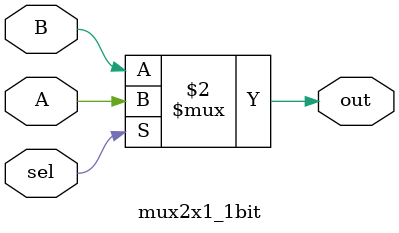
<source format=v>
`timescale 1ns / 1ps


module mux2x1_1bit(A, B, sel, out);

input A,B;
input sel;
output out;

assign out = (sel==1'b1)? A : B;
 
endmodule

</source>
